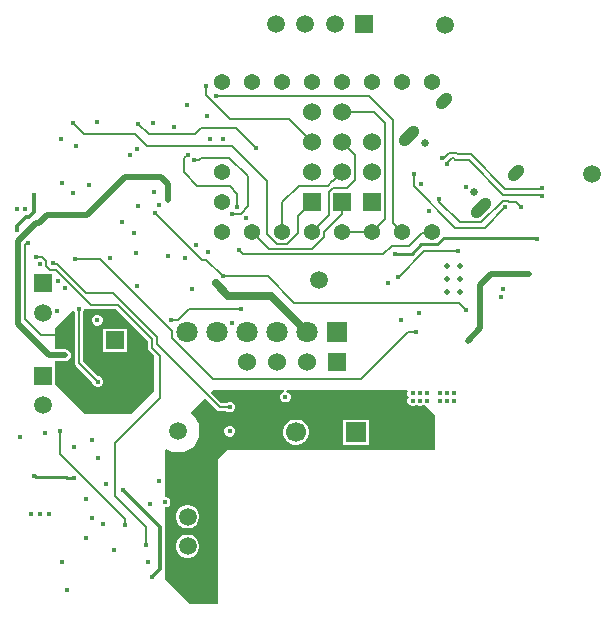
<source format=gbr>
%TF.GenerationSoftware,Altium Limited,Altium Designer,23.4.1 (23)*%
G04 Layer_Physical_Order=3*
G04 Layer_Color=16440176*
%FSLAX26Y26*%
%MOIN*%
%TF.SameCoordinates,1F395C4B-4EE4-4E32-9856-E664E5071CD5*%
%TF.FilePolarity,Positive*%
%TF.FileFunction,Copper,L3,Inr,Signal*%
%TF.Part,CustomerPanel*%
G01*
G75*
%TA.AperFunction,Conductor*%
%ADD29C,0.008000*%
%ADD30C,0.012000*%
%ADD32C,0.010000*%
%ADD34C,0.025000*%
%ADD36C,0.020000*%
%TA.AperFunction,ComponentPad*%
%ADD37R,0.059370X0.059370*%
%ADD38C,0.059370*%
%ADD39C,0.054000*%
%ADD40R,0.059370X0.059370*%
%ADD41R,0.070866X0.070866*%
%ADD42C,0.070866*%
%ADD43R,0.059000X0.059000*%
%ADD44C,0.060000*%
%ADD45R,0.066929X0.066929*%
%ADD46C,0.066929*%
%TA.AperFunction,ViaPad*%
%ADD47C,0.059055*%
%TA.AperFunction,ComponentPad*%
%ADD48R,0.059000X0.059000*%
G04:AMPARAMS|DCode=49|XSize=39.37mil|YSize=62.992mil|CornerRadius=0mil|HoleSize=0mil|Usage=FLASHONLY|Rotation=315.000|XOffset=0mil|YOffset=0mil|HoleType=Round|Shape=Round|*
%AMOVALD49*
21,1,0.023622,0.039370,0.000000,0.000000,45.0*
1,1,0.039370,-0.008352,-0.008352*
1,1,0.039370,0.008352,0.008352*
%
%ADD49OVALD49*%

%ADD50C,0.026575*%
G04:AMPARAMS|DCode=51|XSize=39.37mil|YSize=82.677mil|CornerRadius=0mil|HoleSize=0mil|Usage=FLASHONLY|Rotation=315.000|XOffset=0mil|YOffset=0mil|HoleType=Round|Shape=Round|*
%AMOVALD51*
21,1,0.043307,0.039370,0.000000,0.000000,45.0*
1,1,0.039370,-0.015311,-0.015311*
1,1,0.039370,0.015311,0.015311*
%
%ADD51OVALD51*%

%TA.AperFunction,ViaPad*%
%ADD52C,0.017716*%
%ADD53C,0.019685*%
G36*
X262202Y997745D02*
X346510D01*
X451504Y892751D01*
Y869242D01*
X452513Y864169D01*
X455386Y859869D01*
X471000Y844255D01*
Y722000D01*
X397000Y648000D01*
X241000D01*
X141018Y747982D01*
Y814836D01*
X141000D01*
Y824628D01*
X176929D01*
X184343Y826102D01*
X190627Y830302D01*
X194827Y836587D01*
X196301Y844000D01*
X194827Y851413D01*
X190627Y857698D01*
X184343Y861898D01*
X176929Y863372D01*
X141000D01*
Y933000D01*
X199925Y991925D01*
X205823Y990752D01*
X206596Y988886D01*
X208481Y987001D01*
Y818293D01*
X209490Y813221D01*
X212363Y808921D01*
X266536Y754748D01*
Y752083D01*
X269254Y745519D01*
X274278Y740495D01*
X280841Y737777D01*
X287946D01*
X294510Y740495D01*
X299533Y745519D01*
X302252Y752083D01*
Y759187D01*
X299533Y765751D01*
X294510Y770774D01*
X287946Y773493D01*
X285281D01*
X234990Y823784D01*
Y987001D01*
X236875Y988886D01*
X239594Y995449D01*
Y998000D01*
X260922D01*
X262202Y997745D01*
D02*
G37*
G36*
X1317580Y722000D02*
X1316787Y720088D01*
Y712983D01*
X1319506Y706420D01*
X1321201Y704725D01*
X1319506Y703029D01*
X1316787Y696466D01*
Y689361D01*
X1319506Y682798D01*
X1324530Y677774D01*
X1331093Y675055D01*
X1338198D01*
X1344762Y677774D01*
X1346457Y679469D01*
X1348152Y677774D01*
X1354716Y675055D01*
X1361820D01*
X1368384Y677774D01*
X1370079Y679469D01*
X1371774Y677774D01*
X1374253Y676747D01*
X1408000Y643000D01*
Y528530D01*
X717236D01*
X717236Y528530D01*
X714164Y527919D01*
X711559Y526178D01*
X711559Y526178D01*
X687515Y502135D01*
X685775Y499530D01*
X685164Y496458D01*
Y14000D01*
X591000D01*
X510000Y95000D01*
Y336600D01*
X512744D01*
X519308Y339318D01*
X524331Y344342D01*
X527050Y350906D01*
Y358010D01*
X524331Y364574D01*
X519308Y369597D01*
X512744Y372316D01*
X510000D01*
Y528445D01*
X514410Y530802D01*
X517710Y528597D01*
X530812Y523170D01*
X544721Y520403D01*
X558902D01*
X572811Y523170D01*
X585912Y528597D01*
X597704Y536476D01*
X607731Y546503D01*
X615610Y558294D01*
X621037Y571396D01*
X623803Y585305D01*
Y599486D01*
X621037Y613395D01*
X615610Y626496D01*
X607731Y638288D01*
X597704Y648315D01*
X597151Y648685D01*
X596661Y653661D01*
X643143Y700143D01*
X681389Y661896D01*
X685689Y659023D01*
X690761Y658014D01*
X712380D01*
X714265Y656129D01*
X720828Y653411D01*
X727933D01*
X734496Y656129D01*
X739520Y661153D01*
X742239Y667717D01*
Y674821D01*
X739520Y681385D01*
X734496Y686408D01*
X727933Y689127D01*
X720828D01*
X714265Y686408D01*
X712380Y684524D01*
X696251D01*
X661888Y718888D01*
X670000Y727000D01*
X905743D01*
X906639Y722371D01*
X900076Y719653D01*
X895052Y714629D01*
X892333Y708065D01*
Y700961D01*
X895052Y694397D01*
X900076Y689374D01*
X906639Y686655D01*
X913744D01*
X920308Y689374D01*
X925331Y694397D01*
X928050Y700961D01*
Y708065D01*
X925331Y714629D01*
X920308Y719653D01*
X913744Y722371D01*
X914640Y727000D01*
X1314239D01*
X1317580Y722000D01*
D02*
G37*
%LPC*%
G36*
X286507Y978880D02*
X279403D01*
X272839Y976162D01*
X267816Y971138D01*
X265097Y964574D01*
Y957470D01*
X267816Y950906D01*
X272839Y945883D01*
X279403Y943164D01*
X286507D01*
X293071Y945883D01*
X298095Y950906D01*
X300813Y957470D01*
Y964574D01*
X298095Y971138D01*
X293071Y976162D01*
X286507Y978880D01*
D02*
G37*
G36*
X381176Y932946D02*
X303806D01*
Y855576D01*
X381176D01*
Y932946D01*
D02*
G37*
G36*
X727933Y608505D02*
X720828D01*
X714265Y605786D01*
X709241Y600763D01*
X706522Y594199D01*
Y587095D01*
X709241Y580531D01*
X714265Y575507D01*
X720828Y572789D01*
X727933D01*
X734496Y575507D01*
X739520Y580531D01*
X742239Y587095D01*
Y594199D01*
X739520Y600763D01*
X734496Y605786D01*
X727933Y608505D01*
D02*
G37*
G36*
X1187318Y629639D02*
X1102389D01*
Y544710D01*
X1187318D01*
Y629639D01*
D02*
G37*
G36*
X950444D02*
X939262D01*
X928462Y626745D01*
X918779Y621154D01*
X910873Y613248D01*
X905282Y603565D01*
X902389Y592765D01*
Y581584D01*
X905282Y570784D01*
X910873Y561101D01*
X918779Y553194D01*
X928462Y547604D01*
X939262Y544710D01*
X950444D01*
X961244Y547604D01*
X970927Y553194D01*
X978833Y561101D01*
X984424Y570784D01*
X987317Y581584D01*
Y592765D01*
X984424Y603565D01*
X978833Y613248D01*
X970927Y621154D01*
X961244Y626745D01*
X950444Y629639D01*
D02*
G37*
G36*
X589285Y344568D02*
X579099D01*
X569260Y341932D01*
X560438Y336839D01*
X553236Y329636D01*
X548143Y320815D01*
X545507Y310976D01*
Y300790D01*
X548143Y290951D01*
X553236Y282130D01*
X560438Y274928D01*
X569260Y269834D01*
X579099Y267198D01*
X589285D01*
X599123Y269834D01*
X607945Y274928D01*
X615147Y282130D01*
X620240Y290951D01*
X622877Y300790D01*
Y310976D01*
X620240Y320815D01*
X615147Y329636D01*
X607945Y336839D01*
X599123Y341932D01*
X589285Y344568D01*
D02*
G37*
G36*
Y246143D02*
X579099D01*
X569260Y243507D01*
X560438Y238414D01*
X553236Y231211D01*
X548143Y222390D01*
X545507Y212551D01*
Y202365D01*
X548143Y192526D01*
X553236Y183705D01*
X560438Y176502D01*
X569260Y171409D01*
X579099Y168773D01*
X589285D01*
X599123Y171409D01*
X607945Y176502D01*
X615147Y183705D01*
X620240Y192526D01*
X622877Y202365D01*
Y212551D01*
X620240Y222390D01*
X615147Y231211D01*
X607945Y238414D01*
X599123Y243507D01*
X589285Y246143D01*
D02*
G37*
%LPD*%
D29*
X632739Y1161911D02*
X647089D01*
X701000Y1108000D01*
X851000D02*
X939788Y1019212D01*
X701000Y1108000D02*
X851000D01*
X754192Y1195458D02*
X769192Y1180458D01*
X1237192D01*
X343000Y375000D02*
Y553000D01*
Y375000D02*
X447000Y271000D01*
Y210000D02*
Y271000D01*
X464759Y869242D02*
X492500Y841500D01*
X343000Y553000D02*
X492500Y702500D01*
Y841500D01*
X1318994Y921260D02*
X1346457D01*
X1161534Y763801D02*
X1318994Y921260D01*
X939788Y1019212D02*
X1487846D01*
X1512261Y994797D01*
X610000Y1582000D02*
X628000Y1600000D01*
X420000Y1616000D02*
X454000Y1582000D01*
X610000D01*
X201000Y1619000D02*
X240000Y1580000D01*
X410000D01*
X450000Y1540000D01*
X732000D01*
X848000Y1424000D01*
Y1249081D02*
Y1424000D01*
X882623Y1214458D02*
X915760D01*
X848000Y1249081D02*
X882623Y1214458D01*
X998760Y1197458D02*
X1039192Y1237889D01*
X915760Y1214458D02*
X953000Y1251698D01*
X856192Y1197458D02*
X998760D01*
X953000Y1251698D02*
Y1308267D01*
X799192Y1254458D02*
X856192Y1197458D01*
X953000Y1308267D02*
X999192Y1354458D01*
X1056692Y1311958D02*
Y1389343D01*
X1069807Y1402458D01*
X628000Y1600000D02*
X745000D01*
X811000Y1534000D01*
X679000Y1708000D02*
X1189000D01*
X678000Y1709000D02*
X679000Y1708000D01*
X726088Y1630000D02*
X923650D01*
X646192Y1709896D02*
Y1742458D01*
Y1709896D02*
X726088Y1630000D01*
X464759Y869242D02*
Y898242D01*
X481759Y880271D02*
X690761Y671269D01*
X724381D01*
X532759Y901396D02*
X670354Y763801D01*
X1161534D01*
X262202Y1011000D02*
X352000D01*
X246078Y1051166D02*
X335875D01*
X481759Y880271D02*
Y905283D01*
X352000Y1011000D02*
X464759Y898242D01*
X335875Y1051166D02*
X481759Y905283D01*
X210311Y1165928D02*
X293238D01*
X532759Y926408D01*
X552067Y960828D02*
X590239Y999000D01*
X532759Y901396D02*
Y926408D01*
X529251Y960828D02*
X552067D01*
X134843Y1150591D02*
X136702Y1148732D01*
X145459Y1127743D02*
X262202Y1011000D01*
X136702Y1148732D02*
X148513D01*
X246078Y1051166D01*
X42000Y965000D02*
X96000Y911000D01*
X42000Y965000D02*
Y1210000D01*
X96000Y911000D02*
X167000D01*
X51199Y1217801D02*
X51199Y1217801D01*
X49801Y1217801D02*
X51199D01*
X42000Y1210000D02*
X49801Y1217801D01*
X923650Y1630000D02*
X999192Y1554458D01*
X1189000Y1708000D02*
X1270000Y1627000D01*
Y1283649D02*
Y1627000D01*
Y1283649D02*
X1299192Y1254458D01*
X475192Y1319458D02*
X632739Y1161911D01*
X1472540Y1190611D02*
X1485021D01*
X1485530Y1191120D01*
X1284969Y1104680D02*
X1287414D01*
X1373333Y1190600D01*
X78288Y1171447D02*
X98549D01*
X77690Y1172044D02*
X78288Y1171447D01*
X98549D02*
X112984Y1157011D01*
X761000Y999000D02*
X763000Y997000D01*
X590239Y999000D02*
X761000D01*
X112984Y1140953D02*
X126194Y1127743D01*
X112984Y1140953D02*
Y1157011D01*
X126194Y1127743D02*
X145459D01*
X1373333Y1190600D02*
X1472528D01*
X1472540Y1190611D01*
X731192Y1316458D02*
X761690D01*
X785433Y1340201D01*
X749875Y1338316D02*
Y1382775D01*
X724192Y1408458D02*
X749875Y1382775D01*
X628920Y1502458D02*
X723425D01*
X785433Y1340201D02*
Y1440450D01*
X723425Y1502458D02*
X785433Y1440450D01*
X221735Y818293D02*
Y999002D01*
Y818293D02*
X284394Y755635D01*
X1431524Y1500128D02*
X1433380Y1501983D01*
X1439549D01*
X1452192Y1489171D02*
X1464428Y1501407D01*
X1439549Y1501983D02*
X1456972Y1519407D01*
X158192Y516488D02*
X375019Y299661D01*
X158192Y516488D02*
Y589458D01*
X375019Y279278D02*
X375495Y278802D01*
X375019Y279278D02*
Y299661D01*
X158192Y589458D02*
X159192Y590458D01*
X617192Y1408458D02*
X724192D01*
X572192Y1453458D02*
X617192Y1408458D01*
X622349Y1495887D02*
X628920Y1502458D01*
X605921Y1495887D02*
X622349D01*
X604062Y1494027D02*
X605921Y1495887D01*
X572192Y1499940D02*
X585143Y1512891D01*
X572192Y1453458D02*
Y1499940D01*
X1237192Y1180458D02*
X1266192Y1209458D01*
X1396878Y1252144D02*
X1399192Y1254458D01*
X1364878Y1252144D02*
X1396878D01*
X1322192Y1209458D02*
X1364878Y1252144D01*
X1266192Y1209458D02*
X1322192D01*
X1287150Y1254458D02*
X1299192D01*
X1484460Y1513458D02*
X1528192D01*
X1478512Y1519407D02*
X1484460Y1513458D01*
X1528192D02*
X1643833Y1397816D01*
X1456972Y1519407D02*
X1478512D01*
X1761562Y1402175D02*
X1764192D01*
X1757204Y1397816D02*
X1761562Y1402175D01*
X1643833Y1397816D02*
X1757204D01*
X1477004Y1495458D02*
X1520736D01*
X1471056Y1501407D02*
X1477004Y1495458D01*
X1520736D02*
X1636378Y1379816D01*
X1464428Y1501407D02*
X1471056D01*
X1452192Y1483007D02*
Y1489171D01*
X1450333Y1481148D02*
X1452192Y1483007D01*
X1757204Y1379816D02*
X1761562Y1375458D01*
X1764192D01*
X1636378Y1379816D02*
X1757204D01*
X1338548Y1407189D02*
X1475938Y1269800D01*
X1338548Y1407189D02*
Y1447957D01*
X1475938Y1269800D02*
X1576297D01*
X1423051Y1355260D02*
X1491511Y1286800D01*
X1423051Y1355260D02*
Y1362131D01*
X1491511Y1286800D02*
X1562385D01*
X1421192Y1363990D02*
X1423051Y1362131D01*
X1680192Y1355458D02*
X1696192Y1339458D01*
X1656584Y1355458D02*
X1680192D01*
X1652868Y1359175D02*
X1656584Y1355458D01*
X1634760Y1359175D02*
X1652868D01*
X1562385Y1286800D02*
X1634760Y1359175D01*
X1576297Y1269800D02*
X1643814Y1337316D01*
X1117192Y1402458D02*
X1142192Y1427458D01*
X1069807Y1402458D02*
X1117192D01*
X1099192Y1654458D02*
X1206191D01*
X1242192Y1618458D01*
Y1297458D02*
Y1618458D01*
X1199192Y1254458D02*
X1242192Y1297458D01*
X1142192Y1427458D02*
Y1511458D01*
X1099192Y1254458D02*
X1199191D01*
X1199192Y1254458D01*
X1039192Y1256458D02*
X1099192Y1316458D01*
X1039192Y1237889D02*
Y1256458D01*
X1099192Y1316458D02*
Y1354458D01*
X999192Y1254458D02*
X1056692Y1311958D01*
X1052765Y1409458D02*
X1066773Y1423465D01*
X1068199D01*
X1099192Y1454458D01*
X954192Y1409458D02*
X1052765D01*
X1099192Y1554458D02*
X1142192Y1511458D01*
X899192Y1254458D02*
Y1354458D01*
X954192Y1409458D01*
D30*
X368081Y395654D02*
X492192Y271544D01*
Y132458D02*
Y271544D01*
X47000Y1306000D02*
X55000D01*
X16732Y1262129D02*
X16922Y1262320D01*
Y1275922D01*
X47000Y1306000D01*
X71000Y1322000D02*
Y1377000D01*
X55000Y1306000D02*
X71000Y1322000D01*
X464192Y104458D02*
X492192Y132458D01*
D32*
X206025Y434686D02*
X206655Y434056D01*
X77740Y439686D02*
X177796D01*
X182796Y434686D02*
X206025D01*
X177796Y439686D02*
X182796Y434686D01*
X74917Y442509D02*
X77740Y439686D01*
X72829Y442509D02*
X74917D01*
X1275192Y1182458D02*
X1331227D01*
X1362227Y1213458D01*
X1416174D01*
X1438174Y1235458D01*
X1750192D01*
D34*
X861579Y1041070D02*
X981192Y921458D01*
X720579Y1041070D02*
X861579D01*
X678192Y1083458D02*
X720579Y1041070D01*
D36*
X121000Y844000D02*
X176929D01*
X17874Y947126D02*
X121000Y844000D01*
X17874Y947126D02*
Y1223873D01*
X80000Y1286000D01*
X90000D01*
X1518000Y892000D02*
X1560000Y934000D01*
Y1079000D01*
X1595379Y1114379D01*
X1722000D01*
X248000Y1311000D02*
X376000Y1439000D01*
X90000Y1286000D02*
X115000Y1311000D01*
X248000D01*
X376000Y1439000D02*
X494000D01*
X518192Y1414808D01*
Y1361458D02*
Y1414808D01*
D37*
X1172829Y1949127D02*
D03*
D38*
X1074404D02*
D03*
X975979D02*
D03*
X877554D02*
D03*
X102333Y677726D02*
D03*
Y984812D02*
D03*
X584192Y305883D02*
D03*
Y207458D02*
D03*
X342491Y795836D02*
D03*
D39*
X699192Y1354458D02*
D03*
X699192Y1254458D02*
D03*
Y1454458D02*
D03*
X1099192Y1754458D02*
D03*
X1199192Y1754458D02*
D03*
X999192Y1754458D02*
D03*
X899192D02*
D03*
X1399192Y1254458D02*
D03*
Y1754458D02*
D03*
X799192Y1754458D02*
D03*
X799192Y1254458D02*
D03*
X899192Y1254458D02*
D03*
X999192Y1254458D02*
D03*
X1099192D02*
D03*
X1199192Y1254458D02*
D03*
X1299192Y1254458D02*
D03*
Y1754458D02*
D03*
X699192Y1754458D02*
D03*
D40*
X102333Y776151D02*
D03*
Y1083237D02*
D03*
X584192Y109033D02*
D03*
X342491Y894261D02*
D03*
D41*
X1081192Y921458D02*
D03*
D42*
X981192D02*
D03*
X881192D02*
D03*
X781192D02*
D03*
X681192D02*
D03*
X581192D02*
D03*
D43*
X1081192Y821458D02*
D03*
D44*
X981192D02*
D03*
X881192D02*
D03*
X781192D02*
D03*
X1199192Y1554458D02*
D03*
Y1454458D02*
D03*
X1099192D02*
D03*
Y1554458D02*
D03*
Y1654458D02*
D03*
X999192Y1454458D02*
D03*
Y1554458D02*
D03*
X999192Y1654458D02*
D03*
D45*
X1144853Y587174D02*
D03*
D46*
X944853D02*
D03*
D47*
X1933042Y1449009D02*
D03*
X1440916Y1945442D02*
D03*
X551811Y592395D02*
D03*
X1023622Y1095204D02*
D03*
D48*
X1199192Y1354458D02*
D03*
X1099192D02*
D03*
X999192Y1354458D02*
D03*
D49*
X1438762Y1691690D02*
D03*
X1679289Y1451162D02*
D03*
D50*
X1376963Y1550266D02*
D03*
X1537866Y1389363D02*
D03*
D51*
X1322396Y1575323D02*
D03*
X1562923Y1334796D02*
D03*
D52*
X701000Y1108000D02*
D03*
X576414Y1169586D02*
D03*
X754192Y1195458D02*
D03*
X165150Y1416609D02*
D03*
X1291339Y716535D02*
D03*
X1244094D02*
D03*
X1267716D02*
D03*
X1244094Y692913D02*
D03*
X1267716D02*
D03*
X1291339D02*
D03*
X1381890Y716535D02*
D03*
X1358268D02*
D03*
X1334646D02*
D03*
Y692913D02*
D03*
X1358268D02*
D03*
X1381890D02*
D03*
X447000Y210000D02*
D03*
X1472441Y692913D02*
D03*
X1448819D02*
D03*
X1425197D02*
D03*
Y716535D02*
D03*
X1448819D02*
D03*
X1472441D02*
D03*
X1346457Y921260D02*
D03*
X1295276Y959914D02*
D03*
X539461Y1604403D02*
D03*
X201000Y1619000D02*
D03*
X811000Y1534000D02*
D03*
X420000Y1616000D02*
D03*
X283000Y1622000D02*
D03*
X581000Y1677000D02*
D03*
X648184Y1640324D02*
D03*
X702585Y1564000D02*
D03*
X652113Y1188113D02*
D03*
X678000Y1709000D02*
D03*
X150000Y886000D02*
D03*
X176929Y844000D02*
D03*
X282955Y961022D02*
D03*
X529251Y960828D02*
D03*
X416080Y1073999D02*
D03*
X71000Y1377000D02*
D03*
X149419Y991390D02*
D03*
X16732Y1262129D02*
D03*
X51199Y1217801D02*
D03*
X455000Y768000D02*
D03*
X291000Y833000D02*
D03*
X613781Y1211781D02*
D03*
X598000Y1066000D02*
D03*
X411192Y1186458D02*
D03*
X763000Y997000D02*
D03*
X1485530Y1191120D02*
D03*
X1284969Y1104680D02*
D03*
X1518000Y892000D02*
D03*
X1722000Y1114379D02*
D03*
X1635192Y1065458D02*
D03*
X1629192Y1038458D02*
D03*
X90000Y1286000D02*
D03*
X43448Y1330709D02*
D03*
X77690Y1172044D02*
D03*
X732000Y951000D02*
D03*
X151645Y1090645D02*
D03*
X174645Y1067645D02*
D03*
X91126Y1147781D02*
D03*
X134843Y1150591D02*
D03*
X210311Y1165928D02*
D03*
X779732Y1302958D02*
D03*
X731192Y1316458D02*
D03*
X749875Y1338316D02*
D03*
X221735Y999002D02*
D03*
X16732Y1330709D02*
D03*
X1431524Y1500128D02*
D03*
X459192Y814458D02*
D03*
X284394Y755635D02*
D03*
X25192Y572458D02*
D03*
X206065Y539545D02*
D03*
X206655Y434056D02*
D03*
X285192Y502458D02*
D03*
X312192Y414458D02*
D03*
X301450Y281716D02*
D03*
X267010Y302359D02*
D03*
X375495Y278802D02*
D03*
X244192Y363458D02*
D03*
X92491Y313426D02*
D03*
X110207Y583458D02*
D03*
X72829Y442509D02*
D03*
X159192Y590458D02*
D03*
X265318Y562421D02*
D03*
X724381Y671269D02*
D03*
X460192Y349458D02*
D03*
X489192Y425458D02*
D03*
X509192Y354458D02*
D03*
X910192Y704513D02*
D03*
X724381Y590647D02*
D03*
X212192Y1542458D02*
D03*
X163192Y1565458D02*
D03*
X660192D02*
D03*
X678192Y1083458D02*
D03*
X1512261Y994797D02*
D03*
X1275192Y1182458D02*
D03*
X604062Y1494027D02*
D03*
X585143Y1512891D02*
D03*
X646192Y1742458D02*
D03*
X245050Y234812D02*
D03*
X181192Y62458D02*
D03*
X368081Y395654D02*
D03*
X453837Y154104D02*
D03*
X464192Y104458D02*
D03*
X337928Y195721D02*
D03*
X166577Y156072D02*
D03*
X122018Y313426D02*
D03*
X62963D02*
D03*
X1764192Y1402175D02*
D03*
X1450333Y1481148D02*
D03*
X1764192Y1375458D02*
D03*
X1750310Y1233135D02*
D03*
X1251192Y1085458D02*
D03*
X1356192Y985458D02*
D03*
X1361192Y1415458D02*
D03*
X1511056Y1405214D02*
D03*
X1389192Y1323458D02*
D03*
X1421192Y1363990D02*
D03*
X1696192Y1339458D02*
D03*
X1338548Y1447957D02*
D03*
X1643814Y1337316D02*
D03*
X469192Y1618957D02*
D03*
X363993Y1289657D02*
D03*
X393192Y1510458D02*
D03*
X414192Y1531316D02*
D03*
X475192Y1319458D02*
D03*
X202192Y1385564D02*
D03*
X518192Y1361458D02*
D03*
X405390Y1252259D02*
D03*
X325192Y1169458D02*
D03*
X255192Y1412458D02*
D03*
X490192Y1343458D02*
D03*
X473192Y1387576D02*
D03*
X419952Y1342390D02*
D03*
X518192Y1175458D02*
D03*
D53*
X1492097Y1142293D02*
D03*
X1448790D02*
D03*
X1492097Y1098986D02*
D03*
X1448790D02*
D03*
X1492097Y1055678D02*
D03*
X1448790D02*
D03*
%TF.MD5,a668bfd3280da2be44fe2601d8a40fd6*%
M02*

</source>
